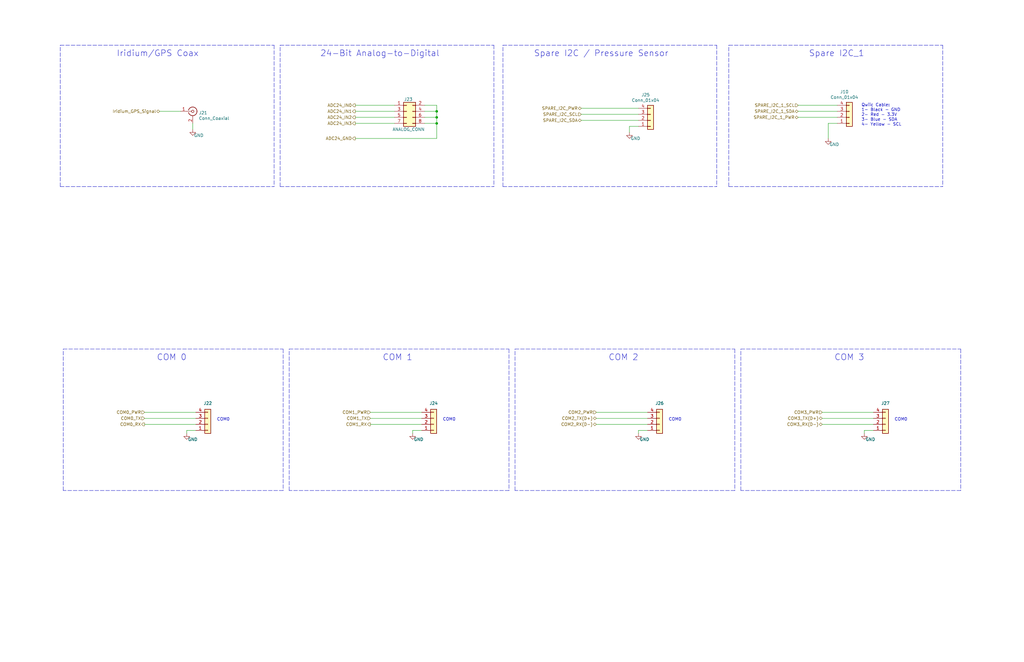
<source format=kicad_sch>
(kicad_sch (version 20211123) (generator eeschema)
  (paper "B")
  (title_block (title "LCP Controller ") (date "2022-12-19") (rev "0.3") (company "NOAA Pacific Marine Environmental Laboratory") (comment 3 "Current design modified by: Basharat Basharat") (comment 4 "Current design by: Matt Casari") (comment 5 "Current design modified by: Basharat Martin"))
  (lib_symbols
    (symbol "Connector:Conn_Coaxial" (pin_names (offset 1.016) hide)
      (property "Reference" "J" (at 0.254 3.048 0))
      (property "Value" "Conn_Coaxial" (at 2.921 0 90))
      (symbol "Conn_Coaxial_0_1"
        (arc (start -1.778 -0.508) (mid 0.2311 -1.8066) (end 1.778 0) (stroke (width 0.254)))
        (polyline (pts (xy -2.54 0) (xy -0.508 0)))
        (polyline (pts (xy 0 -2.54) (xy 0 -1.778)))
        (circle (center 0 0) (radius 0.508) (stroke (width 0.2032)))
        (arc (start 1.778 0) (mid 0.2099 1.8101) (end -1.778 0.508) (stroke (width 0.254)))
      )
      (symbol "Conn_Coaxial_1_1"
        (pin passive line (at -5.08 0 0) (length 2.54) (name "In") (number "1"))
        (pin passive line (at 0 -5.08 90) (length 2.54) (name "Ext") (number "2"))
      )
    )
    (symbol "Connector_Generic:Conn_01x04" (pin_names (offset 1.016) hide)
      (property "Reference" "J" (at 0 5.08 0))
      (property "Value" "Conn_01x04" (at 0 -7.62 0))
      (symbol "Conn_01x04_1_1"
        (rectangle (start -1.27 -4.953) (end 0 -5.207) (stroke (width 0.1524)))
        (rectangle (start -1.27 -2.413) (end 0 -2.667) (stroke (width 0.1524)))
        (rectangle (start -1.27 0.127) (end 0 -0.127) (stroke (width 0.1524)))
        (rectangle (start -1.27 2.667) (end 0 2.413) (stroke (width 0.1524)))
        (rectangle (start -1.27 3.81) (end 1.27 -6.35) (stroke (width 0.254)) (fill (type background)))
        (pin passive line (at -5.08 2.54 0) (length 3.81) (name "Pin_1") (number "1"))
        (pin passive line (at -5.08 0 0) (length 3.81) (name "Pin_2") (number "2"))
        (pin passive line (at -5.08 -2.54 0) (length 3.81) (name "Pin_3") (number "3"))
        (pin passive line (at -5.08 -5.08 0) (length 3.81) (name "Pin_4") (number "4"))
      )
    )
    (symbol "Connector_Generic:Conn_02x04_Odd_Even" (pin_names (offset 1.016) hide)
      (property "Reference" "J" (at 1.27 5.08 0))
      (property "Value" "Conn_02x04_Odd_Even" (at 1.27 -7.62 0))
      (symbol "Conn_02x04_Odd_Even_1_1"
        (rectangle (start -1.27 -4.953) (end 0 -5.207) (stroke (width 0.1524)))
        (rectangle (start -1.27 -2.413) (end 0 -2.667) (stroke (width 0.1524)))
        (rectangle (start -1.27 0.127) (end 0 -0.127) (stroke (width 0.1524)))
        (rectangle (start -1.27 2.667) (end 0 2.413) (stroke (width 0.1524)))
        (rectangle (start -1.27 3.81) (end 3.81 -6.35) (stroke (width 0.254)) (fill (type background)))
        (rectangle (start 3.81 -4.953) (end 2.54 -5.207) (stroke (width 0.1524)))
        (rectangle (start 3.81 -2.413) (end 2.54 -2.667) (stroke (width 0.1524)))
        (rectangle (start 3.81 0.127) (end 2.54 -0.127) (stroke (width 0.1524)))
        (rectangle (start 3.81 2.667) (end 2.54 2.413) (stroke (width 0.1524)))
        (pin passive line (at -5.08 2.54 0) (length 3.81) (name "Pin_1") (number "1"))
        (pin passive line (at 7.62 2.54 180) (length 3.81) (name "Pin_2") (number "2"))
        (pin passive line (at -5.08 0 0) (length 3.81) (name "Pin_3") (number "3"))
        (pin passive line (at 7.62 0 180) (length 3.81) (name "Pin_4") (number "4"))
        (pin passive line (at -5.08 -2.54 0) (length 3.81) (name "Pin_5") (number "5"))
        (pin passive line (at 7.62 -2.54 180) (length 3.81) (name "Pin_6") (number "6"))
        (pin passive line (at -5.08 -5.08 0) (length 3.81) (name "Pin_7") (number "7"))
        (pin passive line (at 7.62 -5.08 180) (length 3.81) (name "Pin_8") (number "8"))
      )
    )
    (symbol "power:GND" (power) (pin_names (offset 0))
      (property "Value" "GND" (at 0 -3.81 0))
      (symbol "GND_0_1"
        (polyline (pts (xy 0 0) (xy 0 -1.27) (xy 1.27 -1.27) (xy 0 -2.54) (xy -1.27 -1.27) (xy 0 -1.27)))
      )
      (symbol "GND_1_1"
        (pin power_in line (at 0 0 270) (length 0) hide (name "GND") (number "1"))
      )
    )
  )
  (junction (at 184.15 46.99))
  (junction (at 184.15 52.07))
  (junction (at 184.15 49.53))
  (polyline (pts (xy 405.13 207.01) (xy 312.42 207.01)))
  (wire (pts (xy 346.71 176.53) (xy 368.3 176.53)))
  (wire (pts (xy 166.37 49.53) (xy 149.86 49.53)))
  (polyline (pts (xy 312.42 207.01) (xy 312.42 147.32)))
  (wire (pts (xy 149.86 52.07) (xy 166.37 52.07)))
  (polyline (pts (xy 208.28 19.05) (xy 208.28 78.74)))
  (wire (pts (xy 245.11 50.8) (xy 269.24 50.8)))
  (wire (pts (xy 156.21 173.99) (xy 177.8 173.99)))
  (wire (pts (xy 173.99 181.61) (xy 177.8 181.61)))
  (wire (pts (xy 179.07 44.45) (xy 184.15 44.45)))
  (wire (pts (xy 336.55 46.99) (xy 353.06 46.99)))
  (wire (pts (xy 166.37 44.45) (xy 149.86 44.45)))
  (polyline (pts (xy 214.63 147.32) (xy 214.63 207.01)))
  (wire (pts (xy 173.99 182.88) (xy 173.99 181.61)))
  (wire (pts (xy 179.07 46.99) (xy 184.15 46.99)))
  (wire (pts (xy 346.71 173.99) (xy 368.3 173.99)))
  (wire (pts (xy 349.25 52.07) (xy 353.06 52.07)))
  (polyline (pts (xy 25.4 19.05) (xy 115.57 19.05)))
  (polyline (pts (xy 26.67 207.01) (xy 26.67 147.32)))
  (polyline (pts (xy 118.11 78.74) (xy 208.28 78.74)))
  (wire (pts (xy 349.25 58.42) (xy 349.25 52.07)))
  (polyline (pts (xy 307.34 78.74) (xy 397.51 78.74)))
  (wire (pts (xy 336.55 49.53) (xy 353.06 49.53)))
  (polyline (pts (xy 212.09 78.74) (xy 212.09 19.05)))
  (polyline (pts (xy 118.11 78.74) (xy 118.11 19.05)))
  (wire (pts (xy 245.11 48.26) (xy 269.24 48.26)))
  (wire (pts (xy 149.86 58.42) (xy 184.15 58.42)))
  (polyline (pts (xy 25.4 78.74) (xy 25.4 19.05)))
  (wire (pts (xy 346.71 179.07) (xy 368.3 179.07)))
  (wire (pts (xy 149.86 46.99) (xy 166.37 46.99)))
  (wire (pts (xy 156.21 176.53) (xy 177.8 176.53)))
  (polyline (pts (xy 307.34 19.05) (xy 397.51 19.05)))
  (wire (pts (xy 78.74 181.61) (xy 82.55 181.61)))
  (polyline (pts (xy 212.09 78.74) (xy 302.26 78.74)))
  (polyline (pts (xy 121.92 207.01) (xy 121.92 147.32)))
  (wire (pts (xy 269.24 182.88) (xy 269.24 181.61)))
  (polyline (pts (xy 119.38 207.01) (xy 26.67 207.01)))
  (wire (pts (xy 184.15 52.07) (xy 184.15 58.42)))
  (polyline (pts (xy 302.26 19.05) (xy 302.26 78.74)))
  (polyline (pts (xy 214.63 207.01) (xy 121.92 207.01)))
  (polyline (pts (xy 118.11 19.05) (xy 208.28 19.05)))
  (wire (pts (xy 184.15 46.99) (xy 184.15 49.53)))
  (wire (pts (xy 364.49 182.88) (xy 364.49 181.61)))
  (polyline (pts (xy 405.13 147.32) (xy 405.13 207.01)))
  (wire (pts (xy 251.46 179.07) (xy 273.05 179.07)))
  (polyline (pts (xy 217.17 147.32) (xy 309.88 147.32)))
  (wire (pts (xy 179.07 52.07) (xy 184.15 52.07)))
  (wire (pts (xy 251.46 173.99) (xy 273.05 173.99)))
  (polyline (pts (xy 307.34 78.74) (xy 307.34 19.05)))
  (wire (pts (xy 60.96 179.07) (xy 82.55 179.07)))
  (wire (pts (xy 269.24 181.61) (xy 273.05 181.61)))
  (polyline (pts (xy 25.4 78.74) (xy 115.57 78.74)))
  (wire (pts (xy 156.21 179.07) (xy 177.8 179.07)))
  (polyline (pts (xy 397.51 19.05) (xy 397.51 78.74)))
  (wire (pts (xy 184.15 44.45) (xy 184.15 46.99)))
  (polyline (pts (xy 121.92 147.32) (xy 214.63 147.32)))
  (polyline (pts (xy 115.57 19.05) (xy 115.57 78.74)))
  (wire (pts (xy 60.96 173.99) (xy 82.55 173.99)))
  (wire (pts (xy 336.55 44.45) (xy 353.06 44.45)))
  (wire (pts (xy 78.74 182.88) (xy 78.74 181.61)))
  (wire (pts (xy 269.24 53.34) (xy 265.43 53.34)))
  (wire (pts (xy 364.49 181.61) (xy 368.3 181.61)))
  (polyline (pts (xy 309.88 207.01) (xy 217.17 207.01)))
  (polyline (pts (xy 309.88 147.32) (xy 309.88 207.01)))
  (wire (pts (xy 245.11 45.72) (xy 269.24 45.72)))
  (polyline (pts (xy 217.17 207.01) (xy 217.17 147.32)))
  (wire (pts (xy 76.2 46.99) (xy 67.31 46.99)))
  (wire (pts (xy 265.43 53.34) (xy 265.43 55.88)))
  (polyline (pts (xy 26.67 147.32) (xy 119.38 147.32)))
  (polyline (pts (xy 212.09 19.05) (xy 302.26 19.05)))
  (wire (pts (xy 251.46 176.53) (xy 273.05 176.53)))
  (wire (pts (xy 179.07 49.53) (xy 184.15 49.53)))
  (polyline (pts (xy 312.42 147.32) (xy 405.13 147.32)))
  (wire (pts (xy 184.15 49.53) (xy 184.15 52.07)))
  (wire (pts (xy 81.28 54.61) (xy 81.28 52.07)))
  (wire (pts (xy 60.96 176.53) (xy 82.55 176.53)))
  (polyline (pts (xy 119.38 147.32) (xy 119.38 207.01)))
  (text "COM0" (at 91.44 177.8 0) (effects (font (size 1.27 1.27)) (justify left bottom)))
  (text "COM0" (at 377.19 177.8 0) (effects (font (size 1.27 1.27)) (justify left bottom)))
  (text "Spare I2C_1" (at 364.49 24.13 180) (effects (font (size 2.54 2.54)) (justify right bottom)))
  (text "Qwiic Cable:\n1- Black - GND\n2- Red - 3.3V\n3- Blue - SDA\n4- Yellow - SCL" (at 363.22 53.34 0) (effects (font (size 1.27 1.27)) (justify left bottom)))
  (text "COM 0" (at 78.74 152.4 180) (effects (font (size 2.54 2.54)) (justify right bottom)))
  (text "COM0" (at 281.94 177.8 0) (effects (font (size 1.27 1.27)) (justify left bottom)))
  (text "COM 3" (at 364.49 152.4 180) (effects (font (size 2.54 2.54)) (justify right bottom)))
  (text "COM0" (at 186.69 177.8 0) (effects (font (size 1.27 1.27)) (justify left bottom)))
  (text "24-Bit Analog-to-Digital" (at 185.42 24.13 180) (effects (font (size 2.54 2.54)) (justify right bottom)))
  (text "Spare I2C / Pressure Sensor" (at 281.94 24.13 180) (effects (font (size 2.54 2.54)) (justify right bottom)))
  (text "COM 2" (at 269.24 152.4 180) (effects (font (size 2.54 2.54)) (justify right bottom)))
  (text "COM 1" (at 173.99 152.4 180) (effects (font (size 2.54 2.54)) (justify right bottom)))
  (text "Iridium/GPS Coax" (at 83.82 24.13 180) (effects (font (size 2.54 2.54)) (justify right bottom)))
  (hierarchical_label "SPARE_I2C_SDA" (shape bidirectional) (at 245.11 50.8 180))
  (hierarchical_label "ADC24_IN1" (shape output) (at 149.86 46.99 180))
  (hierarchical_label "SPARE_I2C_PWR" (shape bidirectional) (at 245.11 45.72 180))
  (hierarchical_label "Iridium_GPS_Signal" (shape bidirectional) (at 67.31 46.99 180))
  (hierarchical_label "ADC24_IN0" (shape output) (at 149.86 44.45 180))
  (hierarchical_label "COM2_RX(D-)" (shape bidirectional) (at 251.46 179.07 180))
  (hierarchical_label "SPARE_I2C_SCL" (shape input) (at 245.11 48.26 180))
  (hierarchical_label "SPARE_I2C_1_PWR" (shape bidirectional) (at 336.55 49.53 180))
  (hierarchical_label "COM3_RX(D-)" (shape bidirectional) (at 346.71 179.07 180))
  (hierarchical_label "COM1_TX" (shape input) (at 156.21 176.53 180))
  (hierarchical_label "COM0_RX" (shape output) (at 60.96 179.07 180))
  (hierarchical_label "COM1_PWR" (shape input) (at 156.21 173.99 180))
  (hierarchical_label "COM0_TX" (shape input) (at 60.96 176.53 180))
  (hierarchical_label "ADC24_IN2" (shape output) (at 149.86 49.53 180))
  (hierarchical_label "COM1_RX" (shape output) (at 156.21 179.07 180))
  (hierarchical_label "COM3_PWR" (shape input) (at 346.71 173.99 180))
  (hierarchical_label "COM3_TX(D+)" (shape bidirectional) (at 346.71 176.53 180))
  (hierarchical_label "SPARE_I2C_1_SDA" (shape bidirectional) (at 336.55 46.99 180))
  (hierarchical_label "COM2_TX(D+)" (shape bidirectional) (at 251.46 176.53 180))
  (hierarchical_label "COM0_PWR" (shape input) (at 60.96 173.99 180))
  (hierarchical_label "ADC24_IN3" (shape output) (at 149.86 52.07 180))
  (hierarchical_label "COM2_PWR" (shape input) (at 251.46 173.99 180))
  (hierarchical_label "SPARE_I2C_1_SCL" (shape input) (at 336.55 44.45 180))
  (hierarchical_label "ADC24_GND" (shape output) (at 149.86 58.42 180))
  (symbol (lib_id "Connector_Generic:Conn_02x04_Odd_Even") (at 171.45 46.99 0) (unit 1)
    (property "Reference" "J23" (at 173.99 41.91 0) (effects (justify right)))
    (property "Value" "ANALOG_CONN" (at 179.07 54.61 0) (effects (justify right)))
    (property "Footprint" "Connector_PinHeader_2.54mm:PinHeader_2x04_P2.54mm_Vertical" (effects hide))
    (property "MPN" "0010897080" (effects hide))
  )
  (symbol (lib_id "power:GND") (at 265.43 55.88 0) (unit 1)
    (property "Reference" "#PWR096" (effects hide))
    (property "Value" "GND" (at 267.97 58.42 0))
  )
  (symbol (lib_id "Connector_Generic:Conn_01x04") (at 274.32 50.8 0) (mirror x) (unit 1)
    (property "Reference" "J25" (at 272.2372 40.005 0))
    (property "Value" "Conn_01x04" (at 272.2372 42.3164 0))
    (property "Footprint" "Connector_PinHeader_2.54mm:PinHeader_1x04_P2.54mm_Vertical" (effects hide))
  )
  (symbol (lib_id "Connector_Generic:Conn_01x04") (at 87.63 179.07 0) (mirror x) (unit 1)
    (property "Reference" "J22" (at 87.63 170.18 0))
    (property "Value" "Conn_01x04" (effects hide))
    (property "Footprint" "Connector_PinHeader_2.54mm:PinHeader_1x04_P2.54mm_Vertical" (effects hide))
  )
  (symbol (lib_id "power:GND") (at 78.74 182.88 0) (unit 1)
    (property "Reference" "#PWR093" (effects hide))
    (property "Value" "GND" (at 81.28 185.42 0))
  )
  (symbol (lib_id "Connector:Conn_Coaxial") (at 81.28 46.99 0) (unit 1)
    (property "Reference" "J21" (at 83.82 47.625 0) (effects (justify left)))
    (property "Value" "Conn_Coaxial" (at 83.82 49.9364 0) (effects (justify left)))
    (property "Footprint" "Connector_Coaxial:SMA_Amphenol_132134_Vertical" (effects hide))
    (property "Datasheet" " ~" (effects hide))
    (property "MPN" "132134-11" (effects hide))
  )
  (symbol (lib_id "power:GND") (at 81.28 54.61 0) (unit 1)
    (property "Reference" "#PWR094" (effects hide))
    (property "Value" "GND" (at 83.82 57.15 0))
  )
  (symbol (lib_id "Connector_Generic:Conn_01x04") (at 182.88 179.07 0) (mirror x) (unit 1)
    (property "Reference" "J24" (at 182.88 170.18 0))
    (property "Value" "Conn_01x04" (effects hide))
    (property "Footprint" "Connector_PinHeader_2.54mm:PinHeader_1x04_P2.54mm_Vertical" (effects hide))
  )
  (symbol (lib_id "power:GND") (at 173.99 182.88 0) (unit 1)
    (property "Reference" "#PWR095" (effects hide))
    (property "Value" "GND" (at 176.53 185.42 0))
  )
  (symbol (lib_id "Connector_Generic:Conn_01x04") (at 278.13 179.07 0) (mirror x) (unit 1)
    (property "Reference" "J26" (at 278.13 170.18 0))
    (property "Value" "Conn_01x04" (effects hide))
    (property "Footprint" "Connector_PinHeader_2.54mm:PinHeader_1x04_P2.54mm_Vertical" (effects hide))
  )
  (symbol (lib_id "power:GND") (at 269.24 182.88 0) (unit 1)
    (property "Reference" "#PWR097" (effects hide))
    (property "Value" "GND" (at 271.78 185.42 0))
  )
  (symbol (lib_id "Connector_Generic:Conn_01x04") (at 373.38 179.07 0) (mirror x) (unit 1)
    (property "Reference" "J27" (at 373.38 170.18 0))
    (property "Value" "Conn_01x04" (effects hide))
    (property "Footprint" "Connector_PinHeader_2.54mm:PinHeader_1x04_P2.54mm_Vertical" (effects hide))
  )
  (symbol (lib_id "power:GND") (at 364.49 182.88 0) (unit 1)
    (property "Reference" "#PWR098" (effects hide))
    (property "Value" "GND" (at 367.03 185.42 0))
  )
  (symbol (lib_id "Connector_Generic:Conn_01x04") (at 358.14 49.53 0) (mirror x) (unit 1)
    (property "Reference" "J10" (at 356.0572 38.735 0))
    (property "Value" "Conn_01x04" (at 356.0572 41.0464 0))
    (property "Footprint" "Connector_JST:JST_SH_BM04B-SRSS-TB_1x04-1MP_P1.00mm_Vertical" (effects hide))
    (property "MPN" "BM04B-SRSS-TBT(LF)(SN)" (effects hide))
  )
  (symbol (lib_id "power:GND") (at 349.25 58.42 0) (unit 1)
    (property "Reference" "#PWR013" (effects hide))
    (property "Value" "GND" (at 351.79 60.96 0))
  )
)
</source>
